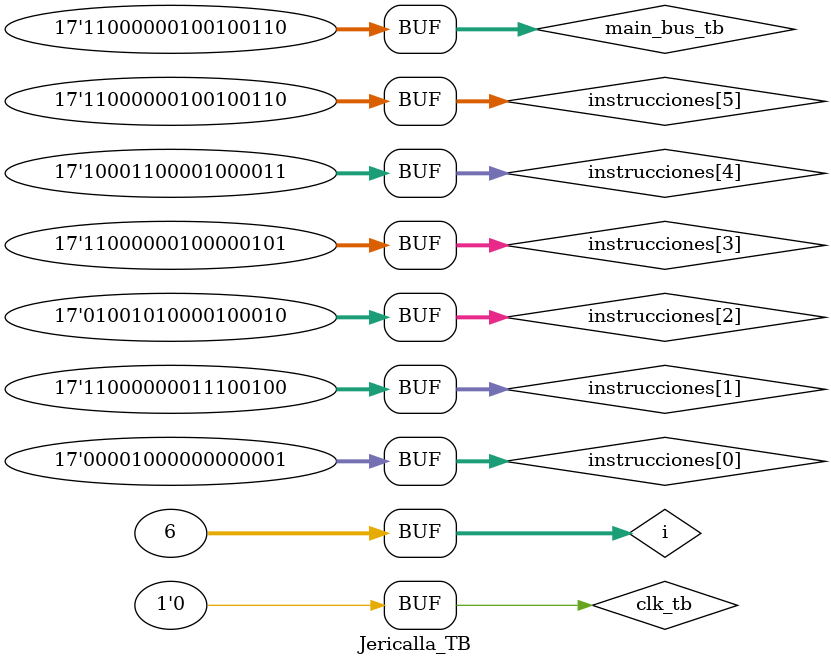
<source format=v>
`timescale 1ns/1ns
module jericalla_mejorada(input [16:0]main_bus,
				                  input clk,
					                output reg [31:0] out);

  wire  [7:0]control_bus; 
  wire [31:0]data_A,     data_B;
  wire [31:0]data_A_Bu1, data_B_Bu1;

  wire [31:0]memory_demux_A,    memory_demux_B;
  wire [31:0]memory_demux_A_Bu, memory_demux_B_Bu;

  wire [31:0]alu_demux_A, alu_demux_B;

  wire [31:0]data_out;

  wire  [3:0]op_Alu;
  wire [31:0]out_Alu;
  wire [31:0]out_Alu_Bu;

  wire control_demux_Bu;
  
  wire wm_Bu1, wm_Bu2;
  wire rm_Bu1, rm_Bu2;
  wire we_Bu1, we_Bu2;

  ////////////////////////////////////////////////////

  buffer bu_dataA_1(.in   (data_A), 
                    .clk_b(clk), 
                    .out  (data_A_Bu1));

  buffer bu_dataB_1(.in   (data_B), 
                    .clk_b(clk), 
                    .out  (data_B_Bu1));

  buffer bu_control_demux(.in   (control_bus[2]), 
                          .clk_b(clk), 
                          .out  (control_demux_Bu));

  buffer bu_memory_demux_A(.in   (memory_demux_A),
                           .clk_b(clk),
				                   .out  (memory_demux_A_Bu));

  buffer bu_memory_demux_B(.in   (memory_demux_B),
                           .clk_b(clk),
						               .out  (memory_demux_B_Bu));

  buffer bu_op_alu(.in   (control_bus[6:3]),
                   .clk_b(clk),
				           .out  (op_Alu));

  buffer bu_out_alu(.in   (out_Alu),
                    .clk_b(clk),
			     	        .out  (out_Alu_Bu));

  buffer we1(.in   (control_bus[7]),
             .clk_b(clk),
	           .out  (we_Bu1));

  buffer we2(.in   (we_Bu1),
             .clk_b(clk),
             .out  (we_Bu2));
  
  buffer bu_wm1(.in   (control_bus[1]),
                .clk_b(clk),
                .out  (wm_Bu1));

   buffer bu_wm2(.in  (wm_Bu1),
                .clk_b(clk),
                .out  (wm_Bu2));

  buffer bu_rm1(.in   (control_bus[0]),
                .clk_b(clk),
                .out  (rm_Bu1));

  buffer bu_rm2(.in   (rm_Bu1),
                .clk_b(clk),
                .out  (rm_Bu2));

  ///////////////////////////////////////////////////

  demux demux_A(.data_in(data_A_Bu1),
			          .s      (control_demux_Bu),
			          .alu    (alu_demux_A),
			          .memory (memory_demux_A));

  demux demux_B(.data_in(data_B_Bu1),
			          .s      (control_demux_Bu),
			          .alu    (alu_demux_B),
			          .memory (memory_demux_B));

  ///////////////////////////////////////////////////

  control ctrl(.opCode    (main_bus[16:15]), 
		           .controlBus(control_bus));

  banco_registros BR(.WA  (main_bus[14:10]), 
				             .RA_A(main_bus[9:5]), 
				             .RA_B(main_bus[4:0]), 
			               .dataIn(out_Alu_Bu), 
				             .WE    (we_Bu2), 
                     .dataA (data_A), 
				             .dataB (data_B)  ); 
  
  ALU alu(.X(alu_demux_A), 
		      .Y(alu_demux_B), 
		      .S(op_Alu), 
		      .r(out_Alu));

  memory memoria(.address(memory_demux_A_Bu), 
           		   .dataIn (memory_demux_B_Bu), 
           		   .W      (wm_Bu2),
           	     .R      (rm_Bu2), 
	   		         .dataOut(data_out));

  assign out = data_out; 

endmodule

// ------------------------------------------------------ //

module Jericalla_TB();
  wire [31:0]out_tb;
  wire [16:0]instrucciones[5:0];
  reg  [16:0]main_bus_tb;
  reg  clk_tb;
  jericalla_mejorada TB(.main_bus(main_bus_tb), .clk(clk_tb), .out(out_tb));

  assign instrucciones[0] = 17'b 00_00100_00000_00001; // Suma
  assign instrucciones[1] = 17'b 11_00000_00111_00100; // SW de sum 

  assign instrucciones[2] = 17'b 01_00101_00001_00010; // Resta 
  assign instrucciones[3] = 17'b 11_00000_01000_00101; // SW de resta

  assign instrucciones[4] = 17'b 10_00110_00010_00011; // SOLT
  assign instrucciones[5] = 17'b 11_00000_01001_00110; // SW de SOLT
  
  integer i;
  initial begin
    clk_tb = 0;
    #100
    for(i=0;i<6;i=i+1) begin
      main_bus_tb = instrucciones[i];
      #100
      clk_tb = ~clk_tb;
      #100
      clk_tb = ~clk_tb;
      #100
      clk_tb = ~clk_tb;
      #100
      clk_tb = ~clk_tb;
    end
    
  end

endmodule


</source>
